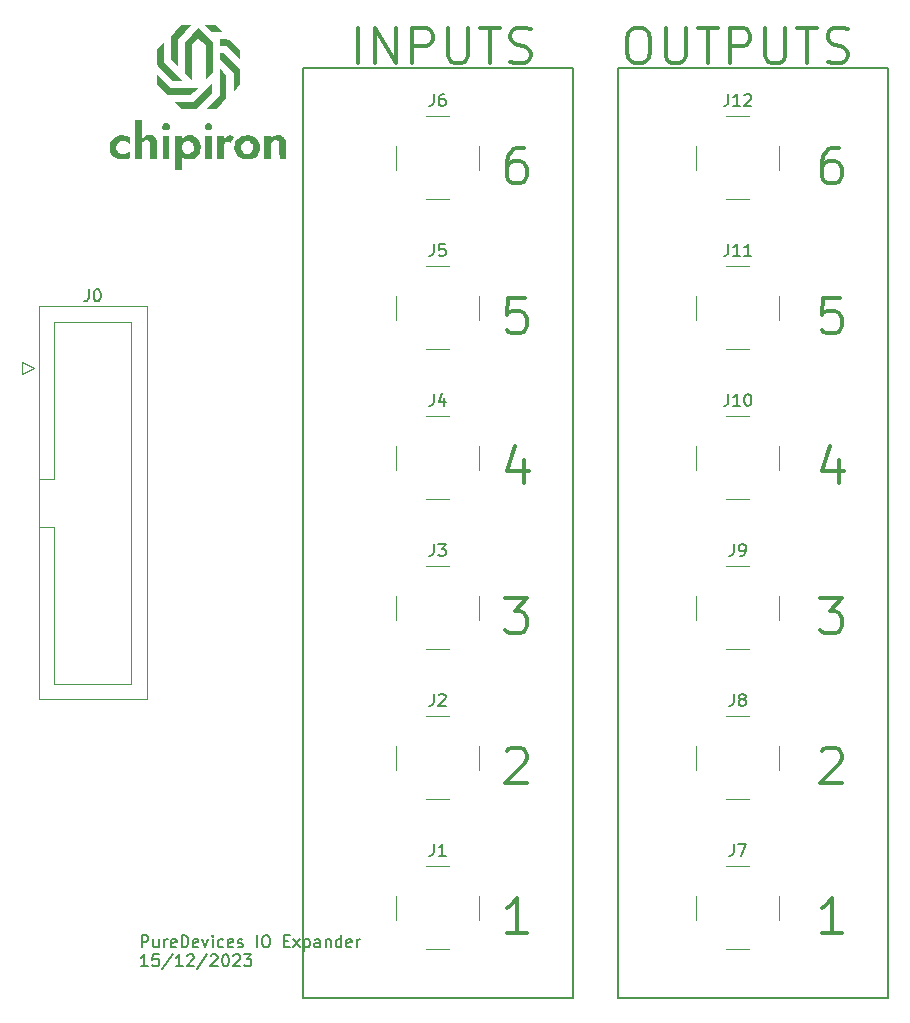
<source format=gbr>
%TF.GenerationSoftware,KiCad,Pcbnew,7.0.7*%
%TF.CreationDate,2023-12-18T11:14:40+01:00*%
%TF.ProjectId,PureDevices_IO_Expander,50757265-4465-4766-9963-65735f494f5f,rev?*%
%TF.SameCoordinates,Original*%
%TF.FileFunction,Legend,Top*%
%TF.FilePolarity,Positive*%
%FSLAX46Y46*%
G04 Gerber Fmt 4.6, Leading zero omitted, Abs format (unit mm)*
G04 Created by KiCad (PCBNEW 7.0.7) date 2023-12-18 11:14:40*
%MOMM*%
%LPD*%
G01*
G04 APERTURE LIST*
%ADD10C,0.300000*%
%ADD11C,0.150000*%
%ADD12C,0.120000*%
G04 APERTURE END LIST*
D10*
X76968796Y-85802971D02*
X77111653Y-85660114D01*
X77111653Y-85660114D02*
X77397368Y-85517257D01*
X77397368Y-85517257D02*
X78111653Y-85517257D01*
X78111653Y-85517257D02*
X78397368Y-85660114D01*
X78397368Y-85660114D02*
X78540225Y-85802971D01*
X78540225Y-85802971D02*
X78683082Y-86088685D01*
X78683082Y-86088685D02*
X78683082Y-86374400D01*
X78683082Y-86374400D02*
X78540225Y-86802971D01*
X78540225Y-86802971D02*
X76825939Y-88517257D01*
X76825939Y-88517257D02*
X78683082Y-88517257D01*
X78540225Y-47417257D02*
X77111653Y-47417257D01*
X77111653Y-47417257D02*
X76968796Y-48845828D01*
X76968796Y-48845828D02*
X77111653Y-48702971D01*
X77111653Y-48702971D02*
X77397368Y-48560114D01*
X77397368Y-48560114D02*
X78111653Y-48560114D01*
X78111653Y-48560114D02*
X78397368Y-48702971D01*
X78397368Y-48702971D02*
X78540225Y-48845828D01*
X78540225Y-48845828D02*
X78683082Y-49131542D01*
X78683082Y-49131542D02*
X78683082Y-49845828D01*
X78683082Y-49845828D02*
X78540225Y-50131542D01*
X78540225Y-50131542D02*
X78397368Y-50274400D01*
X78397368Y-50274400D02*
X78111653Y-50417257D01*
X78111653Y-50417257D02*
X77397368Y-50417257D01*
X77397368Y-50417257D02*
X77111653Y-50274400D01*
X77111653Y-50274400D02*
X76968796Y-50131542D01*
X78397368Y-61117257D02*
X78397368Y-63117257D01*
X77683082Y-59974400D02*
X76968796Y-62117257D01*
X76968796Y-62117257D02*
X78825939Y-62117257D01*
X78397368Y-34717257D02*
X77825939Y-34717257D01*
X77825939Y-34717257D02*
X77540225Y-34860114D01*
X77540225Y-34860114D02*
X77397368Y-35002971D01*
X77397368Y-35002971D02*
X77111653Y-35431542D01*
X77111653Y-35431542D02*
X76968796Y-36002971D01*
X76968796Y-36002971D02*
X76968796Y-37145828D01*
X76968796Y-37145828D02*
X77111653Y-37431542D01*
X77111653Y-37431542D02*
X77254510Y-37574400D01*
X77254510Y-37574400D02*
X77540225Y-37717257D01*
X77540225Y-37717257D02*
X78111653Y-37717257D01*
X78111653Y-37717257D02*
X78397368Y-37574400D01*
X78397368Y-37574400D02*
X78540225Y-37431542D01*
X78540225Y-37431542D02*
X78683082Y-37145828D01*
X78683082Y-37145828D02*
X78683082Y-36431542D01*
X78683082Y-36431542D02*
X78540225Y-36145828D01*
X78540225Y-36145828D02*
X78397368Y-36002971D01*
X78397368Y-36002971D02*
X78111653Y-35860114D01*
X78111653Y-35860114D02*
X77540225Y-35860114D01*
X77540225Y-35860114D02*
X77254510Y-36002971D01*
X77254510Y-36002971D02*
X77111653Y-36145828D01*
X77111653Y-36145828D02*
X76968796Y-36431542D01*
X78683082Y-101217257D02*
X76968796Y-101217257D01*
X77825939Y-101217257D02*
X77825939Y-98217257D01*
X77825939Y-98217257D02*
X77540225Y-98645828D01*
X77540225Y-98645828D02*
X77254510Y-98931542D01*
X77254510Y-98931542D02*
X76968796Y-99074400D01*
X76825939Y-72817257D02*
X78683082Y-72817257D01*
X78683082Y-72817257D02*
X77683082Y-73960114D01*
X77683082Y-73960114D02*
X78111653Y-73960114D01*
X78111653Y-73960114D02*
X78397368Y-74102971D01*
X78397368Y-74102971D02*
X78540225Y-74245828D01*
X78540225Y-74245828D02*
X78683082Y-74531542D01*
X78683082Y-74531542D02*
X78683082Y-75245828D01*
X78683082Y-75245828D02*
X78540225Y-75531542D01*
X78540225Y-75531542D02*
X78397368Y-75674400D01*
X78397368Y-75674400D02*
X78111653Y-75817257D01*
X78111653Y-75817257D02*
X77254510Y-75817257D01*
X77254510Y-75817257D02*
X76968796Y-75674400D01*
X76968796Y-75674400D02*
X76825939Y-75531542D01*
D11*
X46056779Y-102399819D02*
X46056779Y-101399819D01*
X46056779Y-101399819D02*
X46437731Y-101399819D01*
X46437731Y-101399819D02*
X46532969Y-101447438D01*
X46532969Y-101447438D02*
X46580588Y-101495057D01*
X46580588Y-101495057D02*
X46628207Y-101590295D01*
X46628207Y-101590295D02*
X46628207Y-101733152D01*
X46628207Y-101733152D02*
X46580588Y-101828390D01*
X46580588Y-101828390D02*
X46532969Y-101876009D01*
X46532969Y-101876009D02*
X46437731Y-101923628D01*
X46437731Y-101923628D02*
X46056779Y-101923628D01*
X47485350Y-101733152D02*
X47485350Y-102399819D01*
X47056779Y-101733152D02*
X47056779Y-102256961D01*
X47056779Y-102256961D02*
X47104398Y-102352200D01*
X47104398Y-102352200D02*
X47199636Y-102399819D01*
X47199636Y-102399819D02*
X47342493Y-102399819D01*
X47342493Y-102399819D02*
X47437731Y-102352200D01*
X47437731Y-102352200D02*
X47485350Y-102304580D01*
X47961541Y-102399819D02*
X47961541Y-101733152D01*
X47961541Y-101923628D02*
X48009160Y-101828390D01*
X48009160Y-101828390D02*
X48056779Y-101780771D01*
X48056779Y-101780771D02*
X48152017Y-101733152D01*
X48152017Y-101733152D02*
X48247255Y-101733152D01*
X48961541Y-102352200D02*
X48866303Y-102399819D01*
X48866303Y-102399819D02*
X48675827Y-102399819D01*
X48675827Y-102399819D02*
X48580589Y-102352200D01*
X48580589Y-102352200D02*
X48532970Y-102256961D01*
X48532970Y-102256961D02*
X48532970Y-101876009D01*
X48532970Y-101876009D02*
X48580589Y-101780771D01*
X48580589Y-101780771D02*
X48675827Y-101733152D01*
X48675827Y-101733152D02*
X48866303Y-101733152D01*
X48866303Y-101733152D02*
X48961541Y-101780771D01*
X48961541Y-101780771D02*
X49009160Y-101876009D01*
X49009160Y-101876009D02*
X49009160Y-101971247D01*
X49009160Y-101971247D02*
X48532970Y-102066485D01*
X49437732Y-102399819D02*
X49437732Y-101399819D01*
X49437732Y-101399819D02*
X49675827Y-101399819D01*
X49675827Y-101399819D02*
X49818684Y-101447438D01*
X49818684Y-101447438D02*
X49913922Y-101542676D01*
X49913922Y-101542676D02*
X49961541Y-101637914D01*
X49961541Y-101637914D02*
X50009160Y-101828390D01*
X50009160Y-101828390D02*
X50009160Y-101971247D01*
X50009160Y-101971247D02*
X49961541Y-102161723D01*
X49961541Y-102161723D02*
X49913922Y-102256961D01*
X49913922Y-102256961D02*
X49818684Y-102352200D01*
X49818684Y-102352200D02*
X49675827Y-102399819D01*
X49675827Y-102399819D02*
X49437732Y-102399819D01*
X50818684Y-102352200D02*
X50723446Y-102399819D01*
X50723446Y-102399819D02*
X50532970Y-102399819D01*
X50532970Y-102399819D02*
X50437732Y-102352200D01*
X50437732Y-102352200D02*
X50390113Y-102256961D01*
X50390113Y-102256961D02*
X50390113Y-101876009D01*
X50390113Y-101876009D02*
X50437732Y-101780771D01*
X50437732Y-101780771D02*
X50532970Y-101733152D01*
X50532970Y-101733152D02*
X50723446Y-101733152D01*
X50723446Y-101733152D02*
X50818684Y-101780771D01*
X50818684Y-101780771D02*
X50866303Y-101876009D01*
X50866303Y-101876009D02*
X50866303Y-101971247D01*
X50866303Y-101971247D02*
X50390113Y-102066485D01*
X51199637Y-101733152D02*
X51437732Y-102399819D01*
X51437732Y-102399819D02*
X51675827Y-101733152D01*
X52056780Y-102399819D02*
X52056780Y-101733152D01*
X52056780Y-101399819D02*
X52009161Y-101447438D01*
X52009161Y-101447438D02*
X52056780Y-101495057D01*
X52056780Y-101495057D02*
X52104399Y-101447438D01*
X52104399Y-101447438D02*
X52056780Y-101399819D01*
X52056780Y-101399819D02*
X52056780Y-101495057D01*
X52961541Y-102352200D02*
X52866303Y-102399819D01*
X52866303Y-102399819D02*
X52675827Y-102399819D01*
X52675827Y-102399819D02*
X52580589Y-102352200D01*
X52580589Y-102352200D02*
X52532970Y-102304580D01*
X52532970Y-102304580D02*
X52485351Y-102209342D01*
X52485351Y-102209342D02*
X52485351Y-101923628D01*
X52485351Y-101923628D02*
X52532970Y-101828390D01*
X52532970Y-101828390D02*
X52580589Y-101780771D01*
X52580589Y-101780771D02*
X52675827Y-101733152D01*
X52675827Y-101733152D02*
X52866303Y-101733152D01*
X52866303Y-101733152D02*
X52961541Y-101780771D01*
X53771065Y-102352200D02*
X53675827Y-102399819D01*
X53675827Y-102399819D02*
X53485351Y-102399819D01*
X53485351Y-102399819D02*
X53390113Y-102352200D01*
X53390113Y-102352200D02*
X53342494Y-102256961D01*
X53342494Y-102256961D02*
X53342494Y-101876009D01*
X53342494Y-101876009D02*
X53390113Y-101780771D01*
X53390113Y-101780771D02*
X53485351Y-101733152D01*
X53485351Y-101733152D02*
X53675827Y-101733152D01*
X53675827Y-101733152D02*
X53771065Y-101780771D01*
X53771065Y-101780771D02*
X53818684Y-101876009D01*
X53818684Y-101876009D02*
X53818684Y-101971247D01*
X53818684Y-101971247D02*
X53342494Y-102066485D01*
X54199637Y-102352200D02*
X54294875Y-102399819D01*
X54294875Y-102399819D02*
X54485351Y-102399819D01*
X54485351Y-102399819D02*
X54580589Y-102352200D01*
X54580589Y-102352200D02*
X54628208Y-102256961D01*
X54628208Y-102256961D02*
X54628208Y-102209342D01*
X54628208Y-102209342D02*
X54580589Y-102114104D01*
X54580589Y-102114104D02*
X54485351Y-102066485D01*
X54485351Y-102066485D02*
X54342494Y-102066485D01*
X54342494Y-102066485D02*
X54247256Y-102018866D01*
X54247256Y-102018866D02*
X54199637Y-101923628D01*
X54199637Y-101923628D02*
X54199637Y-101876009D01*
X54199637Y-101876009D02*
X54247256Y-101780771D01*
X54247256Y-101780771D02*
X54342494Y-101733152D01*
X54342494Y-101733152D02*
X54485351Y-101733152D01*
X54485351Y-101733152D02*
X54580589Y-101780771D01*
X55818685Y-102399819D02*
X55818685Y-101399819D01*
X56485351Y-101399819D02*
X56675827Y-101399819D01*
X56675827Y-101399819D02*
X56771065Y-101447438D01*
X56771065Y-101447438D02*
X56866303Y-101542676D01*
X56866303Y-101542676D02*
X56913922Y-101733152D01*
X56913922Y-101733152D02*
X56913922Y-102066485D01*
X56913922Y-102066485D02*
X56866303Y-102256961D01*
X56866303Y-102256961D02*
X56771065Y-102352200D01*
X56771065Y-102352200D02*
X56675827Y-102399819D01*
X56675827Y-102399819D02*
X56485351Y-102399819D01*
X56485351Y-102399819D02*
X56390113Y-102352200D01*
X56390113Y-102352200D02*
X56294875Y-102256961D01*
X56294875Y-102256961D02*
X56247256Y-102066485D01*
X56247256Y-102066485D02*
X56247256Y-101733152D01*
X56247256Y-101733152D02*
X56294875Y-101542676D01*
X56294875Y-101542676D02*
X56390113Y-101447438D01*
X56390113Y-101447438D02*
X56485351Y-101399819D01*
X58104399Y-101876009D02*
X58437732Y-101876009D01*
X58580589Y-102399819D02*
X58104399Y-102399819D01*
X58104399Y-102399819D02*
X58104399Y-101399819D01*
X58104399Y-101399819D02*
X58580589Y-101399819D01*
X58913923Y-102399819D02*
X59437732Y-101733152D01*
X58913923Y-101733152D02*
X59437732Y-102399819D01*
X59818685Y-101733152D02*
X59818685Y-102733152D01*
X59818685Y-101780771D02*
X59913923Y-101733152D01*
X59913923Y-101733152D02*
X60104399Y-101733152D01*
X60104399Y-101733152D02*
X60199637Y-101780771D01*
X60199637Y-101780771D02*
X60247256Y-101828390D01*
X60247256Y-101828390D02*
X60294875Y-101923628D01*
X60294875Y-101923628D02*
X60294875Y-102209342D01*
X60294875Y-102209342D02*
X60247256Y-102304580D01*
X60247256Y-102304580D02*
X60199637Y-102352200D01*
X60199637Y-102352200D02*
X60104399Y-102399819D01*
X60104399Y-102399819D02*
X59913923Y-102399819D01*
X59913923Y-102399819D02*
X59818685Y-102352200D01*
X61152018Y-102399819D02*
X61152018Y-101876009D01*
X61152018Y-101876009D02*
X61104399Y-101780771D01*
X61104399Y-101780771D02*
X61009161Y-101733152D01*
X61009161Y-101733152D02*
X60818685Y-101733152D01*
X60818685Y-101733152D02*
X60723447Y-101780771D01*
X61152018Y-102352200D02*
X61056780Y-102399819D01*
X61056780Y-102399819D02*
X60818685Y-102399819D01*
X60818685Y-102399819D02*
X60723447Y-102352200D01*
X60723447Y-102352200D02*
X60675828Y-102256961D01*
X60675828Y-102256961D02*
X60675828Y-102161723D01*
X60675828Y-102161723D02*
X60723447Y-102066485D01*
X60723447Y-102066485D02*
X60818685Y-102018866D01*
X60818685Y-102018866D02*
X61056780Y-102018866D01*
X61056780Y-102018866D02*
X61152018Y-101971247D01*
X61628209Y-101733152D02*
X61628209Y-102399819D01*
X61628209Y-101828390D02*
X61675828Y-101780771D01*
X61675828Y-101780771D02*
X61771066Y-101733152D01*
X61771066Y-101733152D02*
X61913923Y-101733152D01*
X61913923Y-101733152D02*
X62009161Y-101780771D01*
X62009161Y-101780771D02*
X62056780Y-101876009D01*
X62056780Y-101876009D02*
X62056780Y-102399819D01*
X62961542Y-102399819D02*
X62961542Y-101399819D01*
X62961542Y-102352200D02*
X62866304Y-102399819D01*
X62866304Y-102399819D02*
X62675828Y-102399819D01*
X62675828Y-102399819D02*
X62580590Y-102352200D01*
X62580590Y-102352200D02*
X62532971Y-102304580D01*
X62532971Y-102304580D02*
X62485352Y-102209342D01*
X62485352Y-102209342D02*
X62485352Y-101923628D01*
X62485352Y-101923628D02*
X62532971Y-101828390D01*
X62532971Y-101828390D02*
X62580590Y-101780771D01*
X62580590Y-101780771D02*
X62675828Y-101733152D01*
X62675828Y-101733152D02*
X62866304Y-101733152D01*
X62866304Y-101733152D02*
X62961542Y-101780771D01*
X63818685Y-102352200D02*
X63723447Y-102399819D01*
X63723447Y-102399819D02*
X63532971Y-102399819D01*
X63532971Y-102399819D02*
X63437733Y-102352200D01*
X63437733Y-102352200D02*
X63390114Y-102256961D01*
X63390114Y-102256961D02*
X63390114Y-101876009D01*
X63390114Y-101876009D02*
X63437733Y-101780771D01*
X63437733Y-101780771D02*
X63532971Y-101733152D01*
X63532971Y-101733152D02*
X63723447Y-101733152D01*
X63723447Y-101733152D02*
X63818685Y-101780771D01*
X63818685Y-101780771D02*
X63866304Y-101876009D01*
X63866304Y-101876009D02*
X63866304Y-101971247D01*
X63866304Y-101971247D02*
X63390114Y-102066485D01*
X64294876Y-102399819D02*
X64294876Y-101733152D01*
X64294876Y-101923628D02*
X64342495Y-101828390D01*
X64342495Y-101828390D02*
X64390114Y-101780771D01*
X64390114Y-101780771D02*
X64485352Y-101733152D01*
X64485352Y-101733152D02*
X64580590Y-101733152D01*
X46580588Y-104009819D02*
X46009160Y-104009819D01*
X46294874Y-104009819D02*
X46294874Y-103009819D01*
X46294874Y-103009819D02*
X46199636Y-103152676D01*
X46199636Y-103152676D02*
X46104398Y-103247914D01*
X46104398Y-103247914D02*
X46009160Y-103295533D01*
X47485350Y-103009819D02*
X47009160Y-103009819D01*
X47009160Y-103009819D02*
X46961541Y-103486009D01*
X46961541Y-103486009D02*
X47009160Y-103438390D01*
X47009160Y-103438390D02*
X47104398Y-103390771D01*
X47104398Y-103390771D02*
X47342493Y-103390771D01*
X47342493Y-103390771D02*
X47437731Y-103438390D01*
X47437731Y-103438390D02*
X47485350Y-103486009D01*
X47485350Y-103486009D02*
X47532969Y-103581247D01*
X47532969Y-103581247D02*
X47532969Y-103819342D01*
X47532969Y-103819342D02*
X47485350Y-103914580D01*
X47485350Y-103914580D02*
X47437731Y-103962200D01*
X47437731Y-103962200D02*
X47342493Y-104009819D01*
X47342493Y-104009819D02*
X47104398Y-104009819D01*
X47104398Y-104009819D02*
X47009160Y-103962200D01*
X47009160Y-103962200D02*
X46961541Y-103914580D01*
X48675826Y-102962200D02*
X47818684Y-104247914D01*
X49532969Y-104009819D02*
X48961541Y-104009819D01*
X49247255Y-104009819D02*
X49247255Y-103009819D01*
X49247255Y-103009819D02*
X49152017Y-103152676D01*
X49152017Y-103152676D02*
X49056779Y-103247914D01*
X49056779Y-103247914D02*
X48961541Y-103295533D01*
X49913922Y-103105057D02*
X49961541Y-103057438D01*
X49961541Y-103057438D02*
X50056779Y-103009819D01*
X50056779Y-103009819D02*
X50294874Y-103009819D01*
X50294874Y-103009819D02*
X50390112Y-103057438D01*
X50390112Y-103057438D02*
X50437731Y-103105057D01*
X50437731Y-103105057D02*
X50485350Y-103200295D01*
X50485350Y-103200295D02*
X50485350Y-103295533D01*
X50485350Y-103295533D02*
X50437731Y-103438390D01*
X50437731Y-103438390D02*
X49866303Y-104009819D01*
X49866303Y-104009819D02*
X50485350Y-104009819D01*
X51628207Y-102962200D02*
X50771065Y-104247914D01*
X51913922Y-103105057D02*
X51961541Y-103057438D01*
X51961541Y-103057438D02*
X52056779Y-103009819D01*
X52056779Y-103009819D02*
X52294874Y-103009819D01*
X52294874Y-103009819D02*
X52390112Y-103057438D01*
X52390112Y-103057438D02*
X52437731Y-103105057D01*
X52437731Y-103105057D02*
X52485350Y-103200295D01*
X52485350Y-103200295D02*
X52485350Y-103295533D01*
X52485350Y-103295533D02*
X52437731Y-103438390D01*
X52437731Y-103438390D02*
X51866303Y-104009819D01*
X51866303Y-104009819D02*
X52485350Y-104009819D01*
X53104398Y-103009819D02*
X53199636Y-103009819D01*
X53199636Y-103009819D02*
X53294874Y-103057438D01*
X53294874Y-103057438D02*
X53342493Y-103105057D01*
X53342493Y-103105057D02*
X53390112Y-103200295D01*
X53390112Y-103200295D02*
X53437731Y-103390771D01*
X53437731Y-103390771D02*
X53437731Y-103628866D01*
X53437731Y-103628866D02*
X53390112Y-103819342D01*
X53390112Y-103819342D02*
X53342493Y-103914580D01*
X53342493Y-103914580D02*
X53294874Y-103962200D01*
X53294874Y-103962200D02*
X53199636Y-104009819D01*
X53199636Y-104009819D02*
X53104398Y-104009819D01*
X53104398Y-104009819D02*
X53009160Y-103962200D01*
X53009160Y-103962200D02*
X52961541Y-103914580D01*
X52961541Y-103914580D02*
X52913922Y-103819342D01*
X52913922Y-103819342D02*
X52866303Y-103628866D01*
X52866303Y-103628866D02*
X52866303Y-103390771D01*
X52866303Y-103390771D02*
X52913922Y-103200295D01*
X52913922Y-103200295D02*
X52961541Y-103105057D01*
X52961541Y-103105057D02*
X53009160Y-103057438D01*
X53009160Y-103057438D02*
X53104398Y-103009819D01*
X53818684Y-103105057D02*
X53866303Y-103057438D01*
X53866303Y-103057438D02*
X53961541Y-103009819D01*
X53961541Y-103009819D02*
X54199636Y-103009819D01*
X54199636Y-103009819D02*
X54294874Y-103057438D01*
X54294874Y-103057438D02*
X54342493Y-103105057D01*
X54342493Y-103105057D02*
X54390112Y-103200295D01*
X54390112Y-103200295D02*
X54390112Y-103295533D01*
X54390112Y-103295533D02*
X54342493Y-103438390D01*
X54342493Y-103438390D02*
X53771065Y-104009819D01*
X53771065Y-104009819D02*
X54390112Y-104009819D01*
X54723446Y-103009819D02*
X55342493Y-103009819D01*
X55342493Y-103009819D02*
X55009160Y-103390771D01*
X55009160Y-103390771D02*
X55152017Y-103390771D01*
X55152017Y-103390771D02*
X55247255Y-103438390D01*
X55247255Y-103438390D02*
X55294874Y-103486009D01*
X55294874Y-103486009D02*
X55342493Y-103581247D01*
X55342493Y-103581247D02*
X55342493Y-103819342D01*
X55342493Y-103819342D02*
X55294874Y-103914580D01*
X55294874Y-103914580D02*
X55247255Y-103962200D01*
X55247255Y-103962200D02*
X55152017Y-104009819D01*
X55152017Y-104009819D02*
X54866303Y-104009819D01*
X54866303Y-104009819D02*
X54771065Y-103962200D01*
X54771065Y-103962200D02*
X54723446Y-103914580D01*
X86360000Y-27940000D02*
X109220000Y-27940000D01*
X109220000Y-106680000D01*
X86360000Y-106680000D01*
X86360000Y-27940000D01*
D10*
X105353082Y-101217257D02*
X103638796Y-101217257D01*
X104495939Y-101217257D02*
X104495939Y-98217257D01*
X104495939Y-98217257D02*
X104210225Y-98645828D01*
X104210225Y-98645828D02*
X103924510Y-98931542D01*
X103924510Y-98931542D02*
X103638796Y-99074400D01*
X105210225Y-47417257D02*
X103781653Y-47417257D01*
X103781653Y-47417257D02*
X103638796Y-48845828D01*
X103638796Y-48845828D02*
X103781653Y-48702971D01*
X103781653Y-48702971D02*
X104067368Y-48560114D01*
X104067368Y-48560114D02*
X104781653Y-48560114D01*
X104781653Y-48560114D02*
X105067368Y-48702971D01*
X105067368Y-48702971D02*
X105210225Y-48845828D01*
X105210225Y-48845828D02*
X105353082Y-49131542D01*
X105353082Y-49131542D02*
X105353082Y-49845828D01*
X105353082Y-49845828D02*
X105210225Y-50131542D01*
X105210225Y-50131542D02*
X105067368Y-50274400D01*
X105067368Y-50274400D02*
X104781653Y-50417257D01*
X104781653Y-50417257D02*
X104067368Y-50417257D01*
X104067368Y-50417257D02*
X103781653Y-50274400D01*
X103781653Y-50274400D02*
X103638796Y-50131542D01*
X103638796Y-85802971D02*
X103781653Y-85660114D01*
X103781653Y-85660114D02*
X104067368Y-85517257D01*
X104067368Y-85517257D02*
X104781653Y-85517257D01*
X104781653Y-85517257D02*
X105067368Y-85660114D01*
X105067368Y-85660114D02*
X105210225Y-85802971D01*
X105210225Y-85802971D02*
X105353082Y-86088685D01*
X105353082Y-86088685D02*
X105353082Y-86374400D01*
X105353082Y-86374400D02*
X105210225Y-86802971D01*
X105210225Y-86802971D02*
X103495939Y-88517257D01*
X103495939Y-88517257D02*
X105353082Y-88517257D01*
X105067368Y-61117257D02*
X105067368Y-63117257D01*
X104353082Y-59974400D02*
X103638796Y-62117257D01*
X103638796Y-62117257D02*
X105495939Y-62117257D01*
X105067368Y-34717257D02*
X104495939Y-34717257D01*
X104495939Y-34717257D02*
X104210225Y-34860114D01*
X104210225Y-34860114D02*
X104067368Y-35002971D01*
X104067368Y-35002971D02*
X103781653Y-35431542D01*
X103781653Y-35431542D02*
X103638796Y-36002971D01*
X103638796Y-36002971D02*
X103638796Y-37145828D01*
X103638796Y-37145828D02*
X103781653Y-37431542D01*
X103781653Y-37431542D02*
X103924510Y-37574400D01*
X103924510Y-37574400D02*
X104210225Y-37717257D01*
X104210225Y-37717257D02*
X104781653Y-37717257D01*
X104781653Y-37717257D02*
X105067368Y-37574400D01*
X105067368Y-37574400D02*
X105210225Y-37431542D01*
X105210225Y-37431542D02*
X105353082Y-37145828D01*
X105353082Y-37145828D02*
X105353082Y-36431542D01*
X105353082Y-36431542D02*
X105210225Y-36145828D01*
X105210225Y-36145828D02*
X105067368Y-36002971D01*
X105067368Y-36002971D02*
X104781653Y-35860114D01*
X104781653Y-35860114D02*
X104210225Y-35860114D01*
X104210225Y-35860114D02*
X103924510Y-36002971D01*
X103924510Y-36002971D02*
X103781653Y-36145828D01*
X103781653Y-36145828D02*
X103638796Y-36431542D01*
X103495939Y-72817257D02*
X105353082Y-72817257D01*
X105353082Y-72817257D02*
X104353082Y-73960114D01*
X104353082Y-73960114D02*
X104781653Y-73960114D01*
X104781653Y-73960114D02*
X105067368Y-74102971D01*
X105067368Y-74102971D02*
X105210225Y-74245828D01*
X105210225Y-74245828D02*
X105353082Y-74531542D01*
X105353082Y-74531542D02*
X105353082Y-75245828D01*
X105353082Y-75245828D02*
X105210225Y-75531542D01*
X105210225Y-75531542D02*
X105067368Y-75674400D01*
X105067368Y-75674400D02*
X104781653Y-75817257D01*
X104781653Y-75817257D02*
X103924510Y-75817257D01*
X103924510Y-75817257D02*
X103638796Y-75674400D01*
X103638796Y-75674400D02*
X103495939Y-75531542D01*
D11*
X59690000Y-27940000D02*
X82550000Y-27940000D01*
X82550000Y-106680000D01*
X59690000Y-106680000D01*
X59690000Y-27940000D01*
D10*
X87843082Y-24557257D02*
X88414510Y-24557257D01*
X88414510Y-24557257D02*
X88700225Y-24700114D01*
X88700225Y-24700114D02*
X88985939Y-24985828D01*
X88985939Y-24985828D02*
X89128796Y-25557257D01*
X89128796Y-25557257D02*
X89128796Y-26557257D01*
X89128796Y-26557257D02*
X88985939Y-27128685D01*
X88985939Y-27128685D02*
X88700225Y-27414400D01*
X88700225Y-27414400D02*
X88414510Y-27557257D01*
X88414510Y-27557257D02*
X87843082Y-27557257D01*
X87843082Y-27557257D02*
X87557368Y-27414400D01*
X87557368Y-27414400D02*
X87271653Y-27128685D01*
X87271653Y-27128685D02*
X87128796Y-26557257D01*
X87128796Y-26557257D02*
X87128796Y-25557257D01*
X87128796Y-25557257D02*
X87271653Y-24985828D01*
X87271653Y-24985828D02*
X87557368Y-24700114D01*
X87557368Y-24700114D02*
X87843082Y-24557257D01*
X90414510Y-24557257D02*
X90414510Y-26985828D01*
X90414510Y-26985828D02*
X90557367Y-27271542D01*
X90557367Y-27271542D02*
X90700225Y-27414400D01*
X90700225Y-27414400D02*
X90985939Y-27557257D01*
X90985939Y-27557257D02*
X91557367Y-27557257D01*
X91557367Y-27557257D02*
X91843082Y-27414400D01*
X91843082Y-27414400D02*
X91985939Y-27271542D01*
X91985939Y-27271542D02*
X92128796Y-26985828D01*
X92128796Y-26985828D02*
X92128796Y-24557257D01*
X93128796Y-24557257D02*
X94843082Y-24557257D01*
X93985939Y-27557257D02*
X93985939Y-24557257D01*
X95843081Y-27557257D02*
X95843081Y-24557257D01*
X95843081Y-24557257D02*
X96985938Y-24557257D01*
X96985938Y-24557257D02*
X97271653Y-24700114D01*
X97271653Y-24700114D02*
X97414510Y-24842971D01*
X97414510Y-24842971D02*
X97557367Y-25128685D01*
X97557367Y-25128685D02*
X97557367Y-25557257D01*
X97557367Y-25557257D02*
X97414510Y-25842971D01*
X97414510Y-25842971D02*
X97271653Y-25985828D01*
X97271653Y-25985828D02*
X96985938Y-26128685D01*
X96985938Y-26128685D02*
X95843081Y-26128685D01*
X98843081Y-24557257D02*
X98843081Y-26985828D01*
X98843081Y-26985828D02*
X98985938Y-27271542D01*
X98985938Y-27271542D02*
X99128796Y-27414400D01*
X99128796Y-27414400D02*
X99414510Y-27557257D01*
X99414510Y-27557257D02*
X99985938Y-27557257D01*
X99985938Y-27557257D02*
X100271653Y-27414400D01*
X100271653Y-27414400D02*
X100414510Y-27271542D01*
X100414510Y-27271542D02*
X100557367Y-26985828D01*
X100557367Y-26985828D02*
X100557367Y-24557257D01*
X101557367Y-24557257D02*
X103271653Y-24557257D01*
X102414510Y-27557257D02*
X102414510Y-24557257D01*
X104128795Y-27414400D02*
X104557367Y-27557257D01*
X104557367Y-27557257D02*
X105271652Y-27557257D01*
X105271652Y-27557257D02*
X105557367Y-27414400D01*
X105557367Y-27414400D02*
X105700224Y-27271542D01*
X105700224Y-27271542D02*
X105843081Y-26985828D01*
X105843081Y-26985828D02*
X105843081Y-26700114D01*
X105843081Y-26700114D02*
X105700224Y-26414400D01*
X105700224Y-26414400D02*
X105557367Y-26271542D01*
X105557367Y-26271542D02*
X105271652Y-26128685D01*
X105271652Y-26128685D02*
X104700224Y-25985828D01*
X104700224Y-25985828D02*
X104414509Y-25842971D01*
X104414509Y-25842971D02*
X104271652Y-25700114D01*
X104271652Y-25700114D02*
X104128795Y-25414400D01*
X104128795Y-25414400D02*
X104128795Y-25128685D01*
X104128795Y-25128685D02*
X104271652Y-24842971D01*
X104271652Y-24842971D02*
X104414509Y-24700114D01*
X104414509Y-24700114D02*
X104700224Y-24557257D01*
X104700224Y-24557257D02*
X105414509Y-24557257D01*
X105414509Y-24557257D02*
X105843081Y-24700114D01*
X64411653Y-27557257D02*
X64411653Y-24557257D01*
X65840224Y-27557257D02*
X65840224Y-24557257D01*
X65840224Y-24557257D02*
X67554510Y-27557257D01*
X67554510Y-27557257D02*
X67554510Y-24557257D01*
X68983081Y-27557257D02*
X68983081Y-24557257D01*
X68983081Y-24557257D02*
X70125938Y-24557257D01*
X70125938Y-24557257D02*
X70411653Y-24700114D01*
X70411653Y-24700114D02*
X70554510Y-24842971D01*
X70554510Y-24842971D02*
X70697367Y-25128685D01*
X70697367Y-25128685D02*
X70697367Y-25557257D01*
X70697367Y-25557257D02*
X70554510Y-25842971D01*
X70554510Y-25842971D02*
X70411653Y-25985828D01*
X70411653Y-25985828D02*
X70125938Y-26128685D01*
X70125938Y-26128685D02*
X68983081Y-26128685D01*
X71983081Y-24557257D02*
X71983081Y-26985828D01*
X71983081Y-26985828D02*
X72125938Y-27271542D01*
X72125938Y-27271542D02*
X72268796Y-27414400D01*
X72268796Y-27414400D02*
X72554510Y-27557257D01*
X72554510Y-27557257D02*
X73125938Y-27557257D01*
X73125938Y-27557257D02*
X73411653Y-27414400D01*
X73411653Y-27414400D02*
X73554510Y-27271542D01*
X73554510Y-27271542D02*
X73697367Y-26985828D01*
X73697367Y-26985828D02*
X73697367Y-24557257D01*
X74697367Y-24557257D02*
X76411653Y-24557257D01*
X75554510Y-27557257D02*
X75554510Y-24557257D01*
X77268795Y-27414400D02*
X77697367Y-27557257D01*
X77697367Y-27557257D02*
X78411652Y-27557257D01*
X78411652Y-27557257D02*
X78697367Y-27414400D01*
X78697367Y-27414400D02*
X78840224Y-27271542D01*
X78840224Y-27271542D02*
X78983081Y-26985828D01*
X78983081Y-26985828D02*
X78983081Y-26700114D01*
X78983081Y-26700114D02*
X78840224Y-26414400D01*
X78840224Y-26414400D02*
X78697367Y-26271542D01*
X78697367Y-26271542D02*
X78411652Y-26128685D01*
X78411652Y-26128685D02*
X77840224Y-25985828D01*
X77840224Y-25985828D02*
X77554509Y-25842971D01*
X77554509Y-25842971D02*
X77411652Y-25700114D01*
X77411652Y-25700114D02*
X77268795Y-25414400D01*
X77268795Y-25414400D02*
X77268795Y-25128685D01*
X77268795Y-25128685D02*
X77411652Y-24842971D01*
X77411652Y-24842971D02*
X77554509Y-24700114D01*
X77554509Y-24700114D02*
X77840224Y-24557257D01*
X77840224Y-24557257D02*
X78554509Y-24557257D01*
X78554509Y-24557257D02*
X78983081Y-24700114D01*
D11*
X95710476Y-30164819D02*
X95710476Y-30879104D01*
X95710476Y-30879104D02*
X95662857Y-31021961D01*
X95662857Y-31021961D02*
X95567619Y-31117200D01*
X95567619Y-31117200D02*
X95424762Y-31164819D01*
X95424762Y-31164819D02*
X95329524Y-31164819D01*
X96710476Y-31164819D02*
X96139048Y-31164819D01*
X96424762Y-31164819D02*
X96424762Y-30164819D01*
X96424762Y-30164819D02*
X96329524Y-30307676D01*
X96329524Y-30307676D02*
X96234286Y-30402914D01*
X96234286Y-30402914D02*
X96139048Y-30450533D01*
X97091429Y-30260057D02*
X97139048Y-30212438D01*
X97139048Y-30212438D02*
X97234286Y-30164819D01*
X97234286Y-30164819D02*
X97472381Y-30164819D01*
X97472381Y-30164819D02*
X97567619Y-30212438D01*
X97567619Y-30212438D02*
X97615238Y-30260057D01*
X97615238Y-30260057D02*
X97662857Y-30355295D01*
X97662857Y-30355295D02*
X97662857Y-30450533D01*
X97662857Y-30450533D02*
X97615238Y-30593390D01*
X97615238Y-30593390D02*
X97043810Y-31164819D01*
X97043810Y-31164819D02*
X97662857Y-31164819D01*
X95710476Y-42864819D02*
X95710476Y-43579104D01*
X95710476Y-43579104D02*
X95662857Y-43721961D01*
X95662857Y-43721961D02*
X95567619Y-43817200D01*
X95567619Y-43817200D02*
X95424762Y-43864819D01*
X95424762Y-43864819D02*
X95329524Y-43864819D01*
X96710476Y-43864819D02*
X96139048Y-43864819D01*
X96424762Y-43864819D02*
X96424762Y-42864819D01*
X96424762Y-42864819D02*
X96329524Y-43007676D01*
X96329524Y-43007676D02*
X96234286Y-43102914D01*
X96234286Y-43102914D02*
X96139048Y-43150533D01*
X97662857Y-43864819D02*
X97091429Y-43864819D01*
X97377143Y-43864819D02*
X97377143Y-42864819D01*
X97377143Y-42864819D02*
X97281905Y-43007676D01*
X97281905Y-43007676D02*
X97186667Y-43102914D01*
X97186667Y-43102914D02*
X97091429Y-43150533D01*
X95710476Y-55564819D02*
X95710476Y-56279104D01*
X95710476Y-56279104D02*
X95662857Y-56421961D01*
X95662857Y-56421961D02*
X95567619Y-56517200D01*
X95567619Y-56517200D02*
X95424762Y-56564819D01*
X95424762Y-56564819D02*
X95329524Y-56564819D01*
X96710476Y-56564819D02*
X96139048Y-56564819D01*
X96424762Y-56564819D02*
X96424762Y-55564819D01*
X96424762Y-55564819D02*
X96329524Y-55707676D01*
X96329524Y-55707676D02*
X96234286Y-55802914D01*
X96234286Y-55802914D02*
X96139048Y-55850533D01*
X97329524Y-55564819D02*
X97424762Y-55564819D01*
X97424762Y-55564819D02*
X97520000Y-55612438D01*
X97520000Y-55612438D02*
X97567619Y-55660057D01*
X97567619Y-55660057D02*
X97615238Y-55755295D01*
X97615238Y-55755295D02*
X97662857Y-55945771D01*
X97662857Y-55945771D02*
X97662857Y-56183866D01*
X97662857Y-56183866D02*
X97615238Y-56374342D01*
X97615238Y-56374342D02*
X97567619Y-56469580D01*
X97567619Y-56469580D02*
X97520000Y-56517200D01*
X97520000Y-56517200D02*
X97424762Y-56564819D01*
X97424762Y-56564819D02*
X97329524Y-56564819D01*
X97329524Y-56564819D02*
X97234286Y-56517200D01*
X97234286Y-56517200D02*
X97186667Y-56469580D01*
X97186667Y-56469580D02*
X97139048Y-56374342D01*
X97139048Y-56374342D02*
X97091429Y-56183866D01*
X97091429Y-56183866D02*
X97091429Y-55945771D01*
X97091429Y-55945771D02*
X97139048Y-55755295D01*
X97139048Y-55755295D02*
X97186667Y-55660057D01*
X97186667Y-55660057D02*
X97234286Y-55612438D01*
X97234286Y-55612438D02*
X97329524Y-55564819D01*
X96186666Y-68264819D02*
X96186666Y-68979104D01*
X96186666Y-68979104D02*
X96139047Y-69121961D01*
X96139047Y-69121961D02*
X96043809Y-69217200D01*
X96043809Y-69217200D02*
X95900952Y-69264819D01*
X95900952Y-69264819D02*
X95805714Y-69264819D01*
X96710476Y-69264819D02*
X96900952Y-69264819D01*
X96900952Y-69264819D02*
X96996190Y-69217200D01*
X96996190Y-69217200D02*
X97043809Y-69169580D01*
X97043809Y-69169580D02*
X97139047Y-69026723D01*
X97139047Y-69026723D02*
X97186666Y-68836247D01*
X97186666Y-68836247D02*
X97186666Y-68455295D01*
X97186666Y-68455295D02*
X97139047Y-68360057D01*
X97139047Y-68360057D02*
X97091428Y-68312438D01*
X97091428Y-68312438D02*
X96996190Y-68264819D01*
X96996190Y-68264819D02*
X96805714Y-68264819D01*
X96805714Y-68264819D02*
X96710476Y-68312438D01*
X96710476Y-68312438D02*
X96662857Y-68360057D01*
X96662857Y-68360057D02*
X96615238Y-68455295D01*
X96615238Y-68455295D02*
X96615238Y-68693390D01*
X96615238Y-68693390D02*
X96662857Y-68788628D01*
X96662857Y-68788628D02*
X96710476Y-68836247D01*
X96710476Y-68836247D02*
X96805714Y-68883866D01*
X96805714Y-68883866D02*
X96996190Y-68883866D01*
X96996190Y-68883866D02*
X97091428Y-68836247D01*
X97091428Y-68836247D02*
X97139047Y-68788628D01*
X97139047Y-68788628D02*
X97186666Y-68693390D01*
X96186666Y-80964819D02*
X96186666Y-81679104D01*
X96186666Y-81679104D02*
X96139047Y-81821961D01*
X96139047Y-81821961D02*
X96043809Y-81917200D01*
X96043809Y-81917200D02*
X95900952Y-81964819D01*
X95900952Y-81964819D02*
X95805714Y-81964819D01*
X96805714Y-81393390D02*
X96710476Y-81345771D01*
X96710476Y-81345771D02*
X96662857Y-81298152D01*
X96662857Y-81298152D02*
X96615238Y-81202914D01*
X96615238Y-81202914D02*
X96615238Y-81155295D01*
X96615238Y-81155295D02*
X96662857Y-81060057D01*
X96662857Y-81060057D02*
X96710476Y-81012438D01*
X96710476Y-81012438D02*
X96805714Y-80964819D01*
X96805714Y-80964819D02*
X96996190Y-80964819D01*
X96996190Y-80964819D02*
X97091428Y-81012438D01*
X97091428Y-81012438D02*
X97139047Y-81060057D01*
X97139047Y-81060057D02*
X97186666Y-81155295D01*
X97186666Y-81155295D02*
X97186666Y-81202914D01*
X97186666Y-81202914D02*
X97139047Y-81298152D01*
X97139047Y-81298152D02*
X97091428Y-81345771D01*
X97091428Y-81345771D02*
X96996190Y-81393390D01*
X96996190Y-81393390D02*
X96805714Y-81393390D01*
X96805714Y-81393390D02*
X96710476Y-81441009D01*
X96710476Y-81441009D02*
X96662857Y-81488628D01*
X96662857Y-81488628D02*
X96615238Y-81583866D01*
X96615238Y-81583866D02*
X96615238Y-81774342D01*
X96615238Y-81774342D02*
X96662857Y-81869580D01*
X96662857Y-81869580D02*
X96710476Y-81917200D01*
X96710476Y-81917200D02*
X96805714Y-81964819D01*
X96805714Y-81964819D02*
X96996190Y-81964819D01*
X96996190Y-81964819D02*
X97091428Y-81917200D01*
X97091428Y-81917200D02*
X97139047Y-81869580D01*
X97139047Y-81869580D02*
X97186666Y-81774342D01*
X97186666Y-81774342D02*
X97186666Y-81583866D01*
X97186666Y-81583866D02*
X97139047Y-81488628D01*
X97139047Y-81488628D02*
X97091428Y-81441009D01*
X97091428Y-81441009D02*
X96996190Y-81393390D01*
X96186666Y-93664819D02*
X96186666Y-94379104D01*
X96186666Y-94379104D02*
X96139047Y-94521961D01*
X96139047Y-94521961D02*
X96043809Y-94617200D01*
X96043809Y-94617200D02*
X95900952Y-94664819D01*
X95900952Y-94664819D02*
X95805714Y-94664819D01*
X96567619Y-93664819D02*
X97234285Y-93664819D01*
X97234285Y-93664819D02*
X96805714Y-94664819D01*
X70786666Y-30164819D02*
X70786666Y-30879104D01*
X70786666Y-30879104D02*
X70739047Y-31021961D01*
X70739047Y-31021961D02*
X70643809Y-31117200D01*
X70643809Y-31117200D02*
X70500952Y-31164819D01*
X70500952Y-31164819D02*
X70405714Y-31164819D01*
X71691428Y-30164819D02*
X71500952Y-30164819D01*
X71500952Y-30164819D02*
X71405714Y-30212438D01*
X71405714Y-30212438D02*
X71358095Y-30260057D01*
X71358095Y-30260057D02*
X71262857Y-30402914D01*
X71262857Y-30402914D02*
X71215238Y-30593390D01*
X71215238Y-30593390D02*
X71215238Y-30974342D01*
X71215238Y-30974342D02*
X71262857Y-31069580D01*
X71262857Y-31069580D02*
X71310476Y-31117200D01*
X71310476Y-31117200D02*
X71405714Y-31164819D01*
X71405714Y-31164819D02*
X71596190Y-31164819D01*
X71596190Y-31164819D02*
X71691428Y-31117200D01*
X71691428Y-31117200D02*
X71739047Y-31069580D01*
X71739047Y-31069580D02*
X71786666Y-30974342D01*
X71786666Y-30974342D02*
X71786666Y-30736247D01*
X71786666Y-30736247D02*
X71739047Y-30641009D01*
X71739047Y-30641009D02*
X71691428Y-30593390D01*
X71691428Y-30593390D02*
X71596190Y-30545771D01*
X71596190Y-30545771D02*
X71405714Y-30545771D01*
X71405714Y-30545771D02*
X71310476Y-30593390D01*
X71310476Y-30593390D02*
X71262857Y-30641009D01*
X71262857Y-30641009D02*
X71215238Y-30736247D01*
X70786666Y-42864819D02*
X70786666Y-43579104D01*
X70786666Y-43579104D02*
X70739047Y-43721961D01*
X70739047Y-43721961D02*
X70643809Y-43817200D01*
X70643809Y-43817200D02*
X70500952Y-43864819D01*
X70500952Y-43864819D02*
X70405714Y-43864819D01*
X71739047Y-42864819D02*
X71262857Y-42864819D01*
X71262857Y-42864819D02*
X71215238Y-43341009D01*
X71215238Y-43341009D02*
X71262857Y-43293390D01*
X71262857Y-43293390D02*
X71358095Y-43245771D01*
X71358095Y-43245771D02*
X71596190Y-43245771D01*
X71596190Y-43245771D02*
X71691428Y-43293390D01*
X71691428Y-43293390D02*
X71739047Y-43341009D01*
X71739047Y-43341009D02*
X71786666Y-43436247D01*
X71786666Y-43436247D02*
X71786666Y-43674342D01*
X71786666Y-43674342D02*
X71739047Y-43769580D01*
X71739047Y-43769580D02*
X71691428Y-43817200D01*
X71691428Y-43817200D02*
X71596190Y-43864819D01*
X71596190Y-43864819D02*
X71358095Y-43864819D01*
X71358095Y-43864819D02*
X71262857Y-43817200D01*
X71262857Y-43817200D02*
X71215238Y-43769580D01*
X70786666Y-55564819D02*
X70786666Y-56279104D01*
X70786666Y-56279104D02*
X70739047Y-56421961D01*
X70739047Y-56421961D02*
X70643809Y-56517200D01*
X70643809Y-56517200D02*
X70500952Y-56564819D01*
X70500952Y-56564819D02*
X70405714Y-56564819D01*
X71691428Y-55898152D02*
X71691428Y-56564819D01*
X71453333Y-55517200D02*
X71215238Y-56231485D01*
X71215238Y-56231485D02*
X71834285Y-56231485D01*
X70786666Y-68264819D02*
X70786666Y-68979104D01*
X70786666Y-68979104D02*
X70739047Y-69121961D01*
X70739047Y-69121961D02*
X70643809Y-69217200D01*
X70643809Y-69217200D02*
X70500952Y-69264819D01*
X70500952Y-69264819D02*
X70405714Y-69264819D01*
X71167619Y-68264819D02*
X71786666Y-68264819D01*
X71786666Y-68264819D02*
X71453333Y-68645771D01*
X71453333Y-68645771D02*
X71596190Y-68645771D01*
X71596190Y-68645771D02*
X71691428Y-68693390D01*
X71691428Y-68693390D02*
X71739047Y-68741009D01*
X71739047Y-68741009D02*
X71786666Y-68836247D01*
X71786666Y-68836247D02*
X71786666Y-69074342D01*
X71786666Y-69074342D02*
X71739047Y-69169580D01*
X71739047Y-69169580D02*
X71691428Y-69217200D01*
X71691428Y-69217200D02*
X71596190Y-69264819D01*
X71596190Y-69264819D02*
X71310476Y-69264819D01*
X71310476Y-69264819D02*
X71215238Y-69217200D01*
X71215238Y-69217200D02*
X71167619Y-69169580D01*
X70786666Y-80964819D02*
X70786666Y-81679104D01*
X70786666Y-81679104D02*
X70739047Y-81821961D01*
X70739047Y-81821961D02*
X70643809Y-81917200D01*
X70643809Y-81917200D02*
X70500952Y-81964819D01*
X70500952Y-81964819D02*
X70405714Y-81964819D01*
X71215238Y-81060057D02*
X71262857Y-81012438D01*
X71262857Y-81012438D02*
X71358095Y-80964819D01*
X71358095Y-80964819D02*
X71596190Y-80964819D01*
X71596190Y-80964819D02*
X71691428Y-81012438D01*
X71691428Y-81012438D02*
X71739047Y-81060057D01*
X71739047Y-81060057D02*
X71786666Y-81155295D01*
X71786666Y-81155295D02*
X71786666Y-81250533D01*
X71786666Y-81250533D02*
X71739047Y-81393390D01*
X71739047Y-81393390D02*
X71167619Y-81964819D01*
X71167619Y-81964819D02*
X71786666Y-81964819D01*
X70786666Y-93664819D02*
X70786666Y-94379104D01*
X70786666Y-94379104D02*
X70739047Y-94521961D01*
X70739047Y-94521961D02*
X70643809Y-94617200D01*
X70643809Y-94617200D02*
X70500952Y-94664819D01*
X70500952Y-94664819D02*
X70405714Y-94664819D01*
X71786666Y-94664819D02*
X71215238Y-94664819D01*
X71500952Y-94664819D02*
X71500952Y-93664819D01*
X71500952Y-93664819D02*
X71405714Y-93807676D01*
X71405714Y-93807676D02*
X71310476Y-93902914D01*
X71310476Y-93902914D02*
X71215238Y-93950533D01*
X41576666Y-46694819D02*
X41576666Y-47409104D01*
X41576666Y-47409104D02*
X41529047Y-47551961D01*
X41529047Y-47551961D02*
X41433809Y-47647200D01*
X41433809Y-47647200D02*
X41290952Y-47694819D01*
X41290952Y-47694819D02*
X41195714Y-47694819D01*
X42243333Y-46694819D02*
X42338571Y-46694819D01*
X42338571Y-46694819D02*
X42433809Y-46742438D01*
X42433809Y-46742438D02*
X42481428Y-46790057D01*
X42481428Y-46790057D02*
X42529047Y-46885295D01*
X42529047Y-46885295D02*
X42576666Y-47075771D01*
X42576666Y-47075771D02*
X42576666Y-47313866D01*
X42576666Y-47313866D02*
X42529047Y-47504342D01*
X42529047Y-47504342D02*
X42481428Y-47599580D01*
X42481428Y-47599580D02*
X42433809Y-47647200D01*
X42433809Y-47647200D02*
X42338571Y-47694819D01*
X42338571Y-47694819D02*
X42243333Y-47694819D01*
X42243333Y-47694819D02*
X42148095Y-47647200D01*
X42148095Y-47647200D02*
X42100476Y-47599580D01*
X42100476Y-47599580D02*
X42052857Y-47504342D01*
X42052857Y-47504342D02*
X42005238Y-47313866D01*
X42005238Y-47313866D02*
X42005238Y-47075771D01*
X42005238Y-47075771D02*
X42052857Y-46885295D01*
X42052857Y-46885295D02*
X42100476Y-46790057D01*
X42100476Y-46790057D02*
X42148095Y-46742438D01*
X42148095Y-46742438D02*
X42243333Y-46694819D01*
%TO.C,G\u002A\u002A\u002A*%
G36*
X50118046Y-33646225D02*
G01*
X50304987Y-33661217D01*
X50465694Y-33704787D01*
X50611103Y-33780652D01*
X50693889Y-33841853D01*
X50836816Y-33984191D01*
X50942998Y-34148372D01*
X51013355Y-34336575D01*
X51048805Y-34550979D01*
X51053689Y-34694701D01*
X51034711Y-34927389D01*
X50981866Y-35131065D01*
X50894826Y-35306290D01*
X50773265Y-35453628D01*
X50616857Y-35573641D01*
X50510390Y-35630789D01*
X50429120Y-35665698D01*
X50355612Y-35687667D01*
X50272929Y-35700334D01*
X50164135Y-35707335D01*
X50151585Y-35707847D01*
X49984716Y-35705773D01*
X49848025Y-35682269D01*
X49730536Y-35633403D01*
X49621271Y-35555243D01*
X49557312Y-35494907D01*
X49436092Y-35371734D01*
X49436092Y-35989071D01*
X49436092Y-36606408D01*
X49156603Y-36606408D01*
X48877113Y-36606408D01*
X48877113Y-35153063D01*
X48877113Y-34683521D01*
X49449620Y-34683521D01*
X49466880Y-34846298D01*
X49519440Y-34982212D01*
X49608476Y-35093294D01*
X49735159Y-35181579D01*
X49737941Y-35183050D01*
X49814122Y-35206921D01*
X49915596Y-35217739D01*
X50024856Y-35215410D01*
X50124394Y-35199836D01*
X50169072Y-35185416D01*
X50295563Y-35110663D01*
X50388630Y-35006521D01*
X50447693Y-34873947D01*
X50472172Y-34713900D01*
X50472855Y-34683521D01*
X50465057Y-34551333D01*
X50436538Y-34446169D01*
X50381913Y-34353046D01*
X50333495Y-34295778D01*
X50224729Y-34208546D01*
X50097628Y-34155107D01*
X49961756Y-34136031D01*
X49826674Y-34151889D01*
X49701946Y-34203251D01*
X49633100Y-34253994D01*
X49540393Y-34353716D01*
X49482722Y-34458956D01*
X49454623Y-34582504D01*
X49449620Y-34683521D01*
X48877113Y-34683521D01*
X48877113Y-33699718D01*
X49156603Y-33699718D01*
X49436092Y-33699718D01*
X49436092Y-33847594D01*
X49436092Y-33995470D01*
X49542298Y-33882416D01*
X49648187Y-33789004D01*
X49767042Y-33714412D01*
X49782659Y-33706835D01*
X49855894Y-33675506D01*
X49920552Y-33656910D01*
X49993068Y-33648078D01*
X50089879Y-33646039D01*
X50118046Y-33646225D01*
G37*
G36*
X44647120Y-33676287D02*
G01*
X44841257Y-33725792D01*
X44967698Y-33782004D01*
X45076057Y-33840980D01*
X45076057Y-34128874D01*
X45076057Y-34416767D01*
X45007066Y-34338192D01*
X44950759Y-34287636D01*
X44871011Y-34232290D01*
X44790132Y-34186783D01*
X44702240Y-34146859D01*
X44629447Y-34124891D01*
X44550061Y-34115952D01*
X44473427Y-34114831D01*
X44329003Y-34126776D01*
X44211947Y-34164270D01*
X44109895Y-34232338D01*
X44055629Y-34284687D01*
X43977485Y-34380176D01*
X43930176Y-34473957D01*
X43907578Y-34582048D01*
X43903163Y-34683521D01*
X43914381Y-34826182D01*
X43951485Y-34942328D01*
X44019865Y-35045185D01*
X44073525Y-35101622D01*
X44172700Y-35177459D01*
X44284886Y-35222721D01*
X44421479Y-35241450D01*
X44470803Y-35242500D01*
X44655810Y-35223128D01*
X44819428Y-35165488D01*
X44959740Y-35070294D01*
X44978191Y-35053268D01*
X45077345Y-34958262D01*
X45071111Y-35239280D01*
X45064877Y-35520298D01*
X44988596Y-35571659D01*
X44874300Y-35628718D01*
X44729227Y-35671063D01*
X44565323Y-35697189D01*
X44394535Y-35705591D01*
X44228810Y-35694764D01*
X44138287Y-35678758D01*
X43927017Y-35610156D01*
X43743030Y-35507253D01*
X43588229Y-35371503D01*
X43464516Y-35204357D01*
X43427708Y-35136274D01*
X43388647Y-35053754D01*
X43363447Y-34986816D01*
X43348518Y-34919964D01*
X43340272Y-34837706D01*
X43335637Y-34738762D01*
X43338382Y-34547204D01*
X43363665Y-34384571D01*
X43413778Y-34239918D01*
X43457687Y-34155543D01*
X43514845Y-34076113D01*
X43594917Y-33987432D01*
X43684939Y-33902081D01*
X43771947Y-33832645D01*
X43823292Y-33800672D01*
X44017392Y-33721523D01*
X44225712Y-33674307D01*
X44438780Y-33659176D01*
X44647120Y-33676287D01*
G37*
G36*
X55174944Y-33669468D02*
G01*
X55376733Y-33715590D01*
X55565820Y-33794570D01*
X55735226Y-33906238D01*
X55812892Y-33976833D01*
X55931655Y-34128187D01*
X56017440Y-34302775D01*
X56069485Y-34492816D01*
X56087023Y-34690527D01*
X56069293Y-34888126D01*
X56015529Y-35077831D01*
X55936353Y-35234356D01*
X55875833Y-35313795D01*
X55793776Y-35400803D01*
X55703690Y-35482610D01*
X55619083Y-35546445D01*
X55584734Y-35566773D01*
X55385572Y-35647013D01*
X55169179Y-35694032D01*
X54947969Y-35706457D01*
X54734358Y-35682917D01*
X54670367Y-35667764D01*
X54461818Y-35590608D01*
X54283433Y-35481727D01*
X54137228Y-35343724D01*
X54025217Y-35179199D01*
X53949413Y-34990753D01*
X53911831Y-34780987D01*
X53907938Y-34683521D01*
X54479402Y-34683521D01*
X54485026Y-34795215D01*
X54501813Y-34878734D01*
X54527751Y-34940651D01*
X54602596Y-35050044D01*
X54698620Y-35142536D01*
X54802267Y-35205427D01*
X54816258Y-35211014D01*
X54912745Y-35231445D01*
X55027148Y-35233417D01*
X55138892Y-35218011D01*
X55221115Y-35189704D01*
X55344859Y-35104143D01*
X55433094Y-34993064D01*
X55486674Y-34854914D01*
X55506451Y-34688142D01*
X55506603Y-34670561D01*
X55504802Y-34574858D01*
X55496901Y-34507741D01*
X55479152Y-34453142D01*
X55447806Y-34394990D01*
X55438934Y-34380483D01*
X55352478Y-34274763D01*
X55261814Y-34203390D01*
X55195212Y-34166138D01*
X55135522Y-34145607D01*
X55063957Y-34137079D01*
X54992342Y-34135722D01*
X54842881Y-34151650D01*
X54720454Y-34201502D01*
X54619695Y-34288379D01*
X54547531Y-34392852D01*
X54510201Y-34464806D01*
X54489371Y-34526615D01*
X54480616Y-34597155D01*
X54479402Y-34683521D01*
X53907938Y-34683521D01*
X53907923Y-34683158D01*
X53927777Y-34464599D01*
X53987326Y-34266606D01*
X54086551Y-34089224D01*
X54219783Y-33937746D01*
X54380377Y-33817002D01*
X54563171Y-33729973D01*
X54761183Y-33676489D01*
X54967434Y-33656378D01*
X55174944Y-33669468D01*
G37*
G36*
X46082219Y-33144764D02*
G01*
X46082219Y-33953718D01*
X46162983Y-33859363D01*
X46232508Y-33792463D01*
X46317592Y-33729434D01*
X46358626Y-33705357D01*
X46422828Y-33675330D01*
X46483289Y-33657195D01*
X46555266Y-33648028D01*
X46654014Y-33644905D01*
X46674736Y-33644764D01*
X46787077Y-33648110D01*
X46887039Y-33658143D01*
X46959170Y-33673259D01*
X46963524Y-33674727D01*
X47074535Y-33734335D01*
X47177278Y-33826746D01*
X47260118Y-33940175D01*
X47293782Y-34009243D01*
X47307391Y-34045039D01*
X47318387Y-34080657D01*
X47327107Y-34121282D01*
X47333889Y-34172095D01*
X47339074Y-34238281D01*
X47342999Y-34325023D01*
X47346003Y-34437503D01*
X47348425Y-34580906D01*
X47350603Y-34760414D01*
X47352075Y-34901523D01*
X47359828Y-35667324D01*
X47079947Y-35667324D01*
X46800066Y-35667324D01*
X46793299Y-34967563D01*
X46791167Y-34769505D01*
X46788817Y-34611198D01*
X46785947Y-34487674D01*
X46782255Y-34393968D01*
X46777438Y-34325110D01*
X46771195Y-34276134D01*
X46763224Y-34242074D01*
X46753222Y-34217960D01*
X46747092Y-34207663D01*
X46678802Y-34130115D01*
X46593230Y-34086059D01*
X46480837Y-34070966D01*
X46459130Y-34070944D01*
X46328087Y-34090740D01*
X46222496Y-34146981D01*
X46140333Y-34240832D01*
X46128128Y-34261357D01*
X46114944Y-34286972D01*
X46104553Y-34315113D01*
X46096624Y-34351141D01*
X46090826Y-34400417D01*
X46086828Y-34468304D01*
X46084299Y-34560162D01*
X46082909Y-34681352D01*
X46082326Y-34837236D01*
X46082219Y-35005183D01*
X46082219Y-35667324D01*
X45802729Y-35667324D01*
X45523240Y-35667324D01*
X45523240Y-34001567D01*
X45523240Y-32335810D01*
X45802729Y-32335810D01*
X46082219Y-32335810D01*
X46082219Y-33144764D01*
G37*
G36*
X48385212Y-34683521D02*
G01*
X48385212Y-35667324D01*
X48116902Y-35667324D01*
X47848592Y-35667324D01*
X47848592Y-34683521D01*
X47848592Y-33699718D01*
X48116902Y-33699718D01*
X48385212Y-33699718D01*
X48385212Y-34683521D01*
G37*
G36*
X51985036Y-34683521D02*
G01*
X51985036Y-35667324D01*
X51716726Y-35667324D01*
X51448416Y-35667324D01*
X51448416Y-34683521D01*
X51448416Y-33699718D01*
X51716726Y-33699718D01*
X51985036Y-33699718D01*
X51985036Y-34683521D01*
G37*
G36*
X53616296Y-33670428D02*
G01*
X53678778Y-33686694D01*
X53759407Y-33715637D01*
X53811526Y-33744099D01*
X53836385Y-33779495D01*
X53835239Y-33829239D01*
X53809339Y-33900745D01*
X53759937Y-34001427D01*
X53738815Y-34042082D01*
X53614412Y-34280294D01*
X53551083Y-34233472D01*
X53450882Y-34184724D01*
X53343780Y-34174768D01*
X53240250Y-34201192D01*
X53150763Y-34261584D01*
X53092943Y-34339003D01*
X53079311Y-34367697D01*
X53068565Y-34399537D01*
X53060288Y-34440158D01*
X53054062Y-34495195D01*
X53049470Y-34570282D01*
X53046095Y-34671054D01*
X53043519Y-34803145D01*
X53041325Y-34972190D01*
X53040509Y-35046857D01*
X53033923Y-35667324D01*
X52755430Y-35667324D01*
X52476937Y-35667324D01*
X52476937Y-34683521D01*
X52476937Y-33699718D01*
X52756426Y-33699718D01*
X53035916Y-33699718D01*
X53036164Y-33817104D01*
X53036412Y-33934489D01*
X53093693Y-33861809D01*
X53199474Y-33762011D01*
X53328628Y-33694815D01*
X53470965Y-33663271D01*
X53616296Y-33670428D01*
G37*
G36*
X57786993Y-33669336D02*
G01*
X57927442Y-33714459D01*
X58049064Y-33793540D01*
X58100332Y-33841568D01*
X58149869Y-33894611D01*
X58190458Y-33945136D01*
X58223052Y-33998203D01*
X58248605Y-34058873D01*
X58268068Y-34132207D01*
X58282397Y-34223266D01*
X58292543Y-34337111D01*
X58299460Y-34478802D01*
X58304102Y-34653401D01*
X58307421Y-34865969D01*
X58308400Y-34946241D01*
X58316852Y-35667324D01*
X58025288Y-35667324D01*
X57733724Y-35667324D01*
X57726941Y-34979780D01*
X57724677Y-34773743D01*
X57721849Y-34607453D01*
X57717672Y-34475940D01*
X57711362Y-34374231D01*
X57702133Y-34297356D01*
X57689200Y-34240345D01*
X57671778Y-34198226D01*
X57649081Y-34166029D01*
X57620324Y-34138783D01*
X57590453Y-34115746D01*
X57529950Y-34084444D01*
X57449777Y-34070802D01*
X57400301Y-34069390D01*
X57268216Y-34086800D01*
X57162377Y-34139896D01*
X57080444Y-34229974D01*
X57065302Y-34255047D01*
X57051137Y-34281778D01*
X57039970Y-34309408D01*
X57031445Y-34343337D01*
X57025207Y-34388968D01*
X57020899Y-34451701D01*
X57018165Y-34536939D01*
X57016649Y-34650084D01*
X57015995Y-34796535D01*
X57015846Y-34981696D01*
X57015845Y-35005183D01*
X57015845Y-35667324D01*
X56736356Y-35667324D01*
X56456867Y-35667324D01*
X56456867Y-34683521D01*
X56456867Y-33699718D01*
X56736356Y-33699718D01*
X57015845Y-33699718D01*
X57015845Y-33830471D01*
X57015845Y-33961223D01*
X57133231Y-33844057D01*
X57254317Y-33746347D01*
X57388616Y-33685324D01*
X57544938Y-33657564D01*
X57619543Y-33655000D01*
X57786993Y-33669336D01*
G37*
G36*
X48186249Y-32631349D02*
G01*
X48275921Y-32658244D01*
X48367218Y-32723929D01*
X48424738Y-32809883D01*
X48448508Y-32907105D01*
X48438555Y-33006590D01*
X48394907Y-33099334D01*
X48317590Y-33176335D01*
X48274268Y-33202227D01*
X48177384Y-33241200D01*
X48092858Y-33248295D01*
X48002205Y-33224019D01*
X47970630Y-33210502D01*
X47875764Y-33146050D01*
X47814833Y-33059674D01*
X47789163Y-32960049D01*
X47800081Y-32855853D01*
X47848912Y-32755760D01*
X47893332Y-32704715D01*
X47974528Y-32654526D01*
X48077632Y-32629406D01*
X48186249Y-32631349D01*
G37*
G36*
X51743576Y-32631133D02*
G01*
X51823994Y-32639749D01*
X51877277Y-32656193D01*
X51921011Y-32688028D01*
X51953386Y-32721363D01*
X52020419Y-32817334D01*
X52044126Y-32915380D01*
X52025651Y-33022300D01*
X52010418Y-33060854D01*
X51969091Y-33135066D01*
X51916098Y-33183011D01*
X51868615Y-33207987D01*
X51770784Y-33242902D01*
X51685833Y-33247129D01*
X51594189Y-33220747D01*
X51567545Y-33209199D01*
X51472209Y-33143945D01*
X51409986Y-33054716D01*
X51384178Y-32950411D01*
X51398089Y-32839928D01*
X51414731Y-32797638D01*
X51478188Y-32706560D01*
X51566463Y-32651010D01*
X51681922Y-32629788D01*
X51743576Y-32631133D01*
G37*
G36*
X52052113Y-29641791D02*
G01*
X52052113Y-30066645D01*
X51409287Y-30706296D01*
X51267604Y-30846834D01*
X51134014Y-30978492D01*
X51012226Y-31097679D01*
X50905945Y-31200804D01*
X50818879Y-31284277D01*
X50754734Y-31344508D01*
X50717216Y-31377907D01*
X50711179Y-31382516D01*
X50689510Y-31393535D01*
X50658264Y-31402139D01*
X50612197Y-31408615D01*
X50546063Y-31413248D01*
X50454621Y-31416323D01*
X50332627Y-31418127D01*
X50174836Y-31418945D01*
X50040081Y-31419084D01*
X49424267Y-31419084D01*
X49134243Y-31128415D01*
X48844220Y-30837746D01*
X49637534Y-30837746D01*
X50430848Y-30837746D01*
X51241480Y-30027342D01*
X52052113Y-29216937D01*
X52052113Y-29641791D01*
G37*
G36*
X52946479Y-28277623D02*
G01*
X53237148Y-28567647D01*
X53237148Y-29525293D01*
X53236628Y-29795080D01*
X53235050Y-30021222D01*
X53232387Y-30204780D01*
X53228615Y-30346816D01*
X53223706Y-30448390D01*
X53217635Y-30510565D01*
X53212407Y-30531778D01*
X53190388Y-30560367D01*
X53141122Y-30615720D01*
X53069086Y-30693089D01*
X52978759Y-30787724D01*
X52874620Y-30894875D01*
X52771034Y-30999850D01*
X52354403Y-31419084D01*
X51940702Y-31419084D01*
X51527002Y-31419084D01*
X52091406Y-30854355D01*
X52655810Y-30289625D01*
X52655810Y-29138612D01*
X52655810Y-27987599D01*
X52946479Y-28277623D01*
G37*
G36*
X47921420Y-29088307D02*
G01*
X48486150Y-29652711D01*
X49637175Y-29652711D01*
X50788200Y-29652711D01*
X50486972Y-29954560D01*
X50185745Y-30256408D01*
X49257529Y-30254991D01*
X49033312Y-30254124D01*
X48830597Y-30252295D01*
X48653226Y-30249597D01*
X48505043Y-30246120D01*
X48389889Y-30241956D01*
X48311608Y-30237194D01*
X48274040Y-30231926D01*
X48273416Y-30231697D01*
X48243136Y-30210480D01*
X48186212Y-30161795D01*
X48107379Y-30090035D01*
X48011370Y-29999590D01*
X47902922Y-29894855D01*
X47787104Y-29780557D01*
X47356691Y-29351293D01*
X47356691Y-28937598D01*
X47356691Y-28523903D01*
X47921420Y-29088307D01*
G37*
G36*
X53711370Y-27388847D02*
G01*
X53854296Y-27532948D01*
X53987777Y-27669297D01*
X54108363Y-27794237D01*
X54212601Y-27904112D01*
X54297042Y-27995268D01*
X54358233Y-28064047D01*
X54392724Y-28106795D01*
X54398775Y-28116975D01*
X54406050Y-28159505D01*
X54412180Y-28242080D01*
X54416995Y-28360038D01*
X54420328Y-28508716D01*
X54422010Y-28683452D01*
X54422184Y-28765713D01*
X54422184Y-29351508D01*
X54131514Y-29641532D01*
X53840845Y-29931555D01*
X53840845Y-29137970D01*
X53840845Y-28344384D01*
X53248328Y-27752183D01*
X52655810Y-27159982D01*
X52655810Y-26941822D01*
X52655810Y-26723662D01*
X52851593Y-26723662D01*
X53047375Y-26723662D01*
X53711370Y-27388847D01*
G37*
G36*
X47938029Y-26645614D02*
G01*
X47938029Y-27450108D01*
X48748433Y-28260741D01*
X49558838Y-29071373D01*
X49145168Y-29071373D01*
X48731499Y-29071373D01*
X48068807Y-28406188D01*
X47926211Y-28262497D01*
X47792969Y-28127156D01*
X47672528Y-28003746D01*
X47568331Y-27895845D01*
X47483825Y-27807030D01*
X47422455Y-27740882D01*
X47387665Y-27700978D01*
X47381402Y-27692165D01*
X47372751Y-27651079D01*
X47365925Y-27566128D01*
X47360954Y-27438126D01*
X47357869Y-27267892D01*
X47356701Y-27056241D01*
X47356691Y-27032248D01*
X47356691Y-26421168D01*
X47647360Y-26131144D01*
X47938029Y-25841121D01*
X47938029Y-26645614D01*
G37*
G36*
X51465341Y-25208982D02*
G01*
X52074472Y-25818416D01*
X52074472Y-27093048D01*
X52074472Y-28367681D01*
X51772624Y-28668908D01*
X51470775Y-28970136D01*
X51470775Y-27505622D01*
X51470775Y-26041109D01*
X51163031Y-25733953D01*
X50855286Y-25426798D01*
X50570513Y-25712204D01*
X50285740Y-25997611D01*
X50285740Y-27472682D01*
X50285740Y-28947753D01*
X49995071Y-28657729D01*
X49704402Y-28367705D01*
X49704402Y-27059211D01*
X49704402Y-25750716D01*
X50280305Y-25175132D01*
X50856209Y-24599548D01*
X51465341Y-25208982D01*
G37*
G36*
X49687659Y-24918160D02*
G01*
X49123446Y-25482729D01*
X49117665Y-26628964D01*
X49111884Y-27775200D01*
X48826805Y-27489481D01*
X48541726Y-27203762D01*
X48541726Y-26246749D01*
X48542247Y-25977042D01*
X48543826Y-25750981D01*
X48546491Y-25567505D01*
X48550267Y-25425556D01*
X48555180Y-25324071D01*
X48561257Y-25261992D01*
X48566467Y-25240898D01*
X48588486Y-25212309D01*
X48637752Y-25156956D01*
X48709788Y-25079587D01*
X48800115Y-24984952D01*
X48904254Y-24877801D01*
X49007840Y-24772826D01*
X49424471Y-24353592D01*
X49838172Y-24353592D01*
X50251872Y-24353592D01*
X49687659Y-24918160D01*
G37*
G36*
X53091797Y-25542888D02*
G01*
X53527784Y-25549806D01*
X53975507Y-25997582D01*
X54423231Y-26445358D01*
X54417117Y-26853019D01*
X54411004Y-27260681D01*
X53841010Y-26690323D01*
X53271016Y-26119965D01*
X52963413Y-26119965D01*
X52655810Y-26119965D01*
X52655810Y-25827967D01*
X52655810Y-25535969D01*
X53091797Y-25542888D01*
G37*
G36*
X52622272Y-24644261D02*
G01*
X52912295Y-24934930D01*
X52465112Y-24934930D01*
X52017929Y-24934930D01*
X51727905Y-24644261D01*
X51437882Y-24353592D01*
X51885065Y-24353592D01*
X52332248Y-24353592D01*
X52622272Y-24644261D01*
G37*
D12*
%TO.C,J12*%
X100025200Y-34560000D02*
X100025200Y-36560000D01*
X95520000Y-32054800D02*
X97520000Y-32054800D01*
X97520000Y-39065200D02*
X95520000Y-39065200D01*
X93014800Y-36560000D02*
X93014800Y-34560000D01*
%TO.C,J11*%
X100025200Y-47260000D02*
X100025200Y-49260000D01*
X95520000Y-44754800D02*
X97520000Y-44754800D01*
X97520000Y-51765200D02*
X95520000Y-51765200D01*
X93014800Y-49260000D02*
X93014800Y-47260000D01*
%TO.C,J10*%
X100025200Y-59960000D02*
X100025200Y-61960000D01*
X95520000Y-57454800D02*
X97520000Y-57454800D01*
X97520000Y-64465200D02*
X95520000Y-64465200D01*
X93014800Y-61960000D02*
X93014800Y-59960000D01*
%TO.C,J9*%
X100025200Y-72660000D02*
X100025200Y-74660000D01*
X95520000Y-70154800D02*
X97520000Y-70154800D01*
X97520000Y-77165200D02*
X95520000Y-77165200D01*
X93014800Y-74660000D02*
X93014800Y-72660000D01*
%TO.C,J8*%
X93014800Y-87360000D02*
X93014800Y-85360000D01*
X97520000Y-89865200D02*
X95520000Y-89865200D01*
X95520000Y-82854800D02*
X97520000Y-82854800D01*
X100025200Y-85360000D02*
X100025200Y-87360000D01*
%TO.C,J7*%
X100025200Y-98060000D02*
X100025200Y-100060000D01*
X95520000Y-95554800D02*
X97520000Y-95554800D01*
X97520000Y-102565200D02*
X95520000Y-102565200D01*
X93014800Y-100060000D02*
X93014800Y-98060000D01*
%TO.C,J6*%
X74625200Y-34560000D02*
X74625200Y-36560000D01*
X70120000Y-32054800D02*
X72120000Y-32054800D01*
X72120000Y-39065200D02*
X70120000Y-39065200D01*
X67614800Y-36560000D02*
X67614800Y-34560000D01*
%TO.C,J5*%
X74625200Y-47260000D02*
X74625200Y-49260000D01*
X70120000Y-44754800D02*
X72120000Y-44754800D01*
X72120000Y-51765200D02*
X70120000Y-51765200D01*
X67614800Y-49260000D02*
X67614800Y-47260000D01*
%TO.C,J4*%
X74625200Y-59960000D02*
X74625200Y-61960000D01*
X70120000Y-57454800D02*
X72120000Y-57454800D01*
X72120000Y-64465200D02*
X70120000Y-64465200D01*
X67614800Y-61960000D02*
X67614800Y-59960000D01*
%TO.C,J3*%
X74625200Y-72660000D02*
X74625200Y-74660000D01*
X70120000Y-70154800D02*
X72120000Y-70154800D01*
X72120000Y-77165200D02*
X70120000Y-77165200D01*
X67614800Y-74660000D02*
X67614800Y-72660000D01*
%TO.C,J2*%
X74625200Y-85360000D02*
X74625200Y-87360000D01*
X70120000Y-82854800D02*
X72120000Y-82854800D01*
X72120000Y-89865200D02*
X70120000Y-89865200D01*
X67614800Y-87360000D02*
X67614800Y-85360000D01*
%TO.C,J1*%
X74625200Y-98060000D02*
X74625200Y-100060000D01*
X70120000Y-95554800D02*
X72120000Y-95554800D01*
X72120000Y-102565200D02*
X70120000Y-102565200D01*
X67614800Y-100060000D02*
X67614800Y-98060000D01*
%TO.C,J0*%
X37350000Y-62720000D02*
X38660000Y-62720000D01*
X45160000Y-49430000D02*
X45160000Y-80110000D01*
X38660000Y-62720000D02*
X38660000Y-49430000D01*
X38660000Y-80110000D02*
X38660000Y-66820000D01*
X35960000Y-53840000D02*
X36960000Y-53340000D01*
X37350000Y-81410000D02*
X37350000Y-48130000D01*
X45160000Y-80110000D02*
X38660000Y-80110000D01*
X37350000Y-48130000D02*
X46470000Y-48130000D01*
X38660000Y-66820000D02*
X38660000Y-66820000D01*
X35960000Y-52840000D02*
X35960000Y-53840000D01*
X38660000Y-49430000D02*
X45160000Y-49430000D01*
X46470000Y-81410000D02*
X37350000Y-81410000D01*
X46470000Y-48130000D02*
X46470000Y-81410000D01*
X38660000Y-66820000D02*
X37350000Y-66820000D01*
X36960000Y-53340000D02*
X35960000Y-52840000D01*
%TD*%
M02*

</source>
